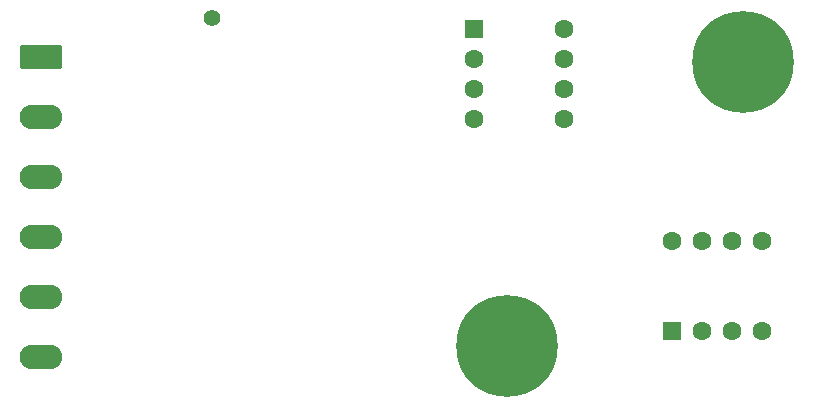
<source format=gbr>
%TF.GenerationSoftware,KiCad,Pcbnew,9.0.1-1.fc42*%
%TF.CreationDate,2025-04-25T16:42:35-04:00*%
%TF.ProjectId,IGBT_DRVR_CM400HA-24H,49474254-5f44-4525-9652-5f434d343030,rev?*%
%TF.SameCoordinates,Original*%
%TF.FileFunction,Soldermask,Bot*%
%TF.FilePolarity,Negative*%
%FSLAX46Y46*%
G04 Gerber Fmt 4.6, Leading zero omitted, Abs format (unit mm)*
G04 Created by KiCad (PCBNEW 9.0.1-1.fc42) date 2025-04-25 16:42:35*
%MOMM*%
%LPD*%
G01*
G04 APERTURE LIST*
G04 Aperture macros list*
%AMRoundRect*
0 Rectangle with rounded corners*
0 $1 Rounding radius*
0 $2 $3 $4 $5 $6 $7 $8 $9 X,Y pos of 4 corners*
0 Add a 4 corners polygon primitive as box body*
4,1,4,$2,$3,$4,$5,$6,$7,$8,$9,$2,$3,0*
0 Add four circle primitives for the rounded corners*
1,1,$1+$1,$2,$3*
1,1,$1+$1,$4,$5*
1,1,$1+$1,$6,$7*
1,1,$1+$1,$8,$9*
0 Add four rect primitives between the rounded corners*
20,1,$1+$1,$2,$3,$4,$5,0*
20,1,$1+$1,$4,$5,$6,$7,0*
20,1,$1+$1,$6,$7,$8,$9,0*
20,1,$1+$1,$8,$9,$2,$3,0*%
G04 Aperture macros list end*
%ADD10RoundRect,0.249999X-1.550001X0.790001X-1.550001X-0.790001X1.550001X-0.790001X1.550001X0.790001X0*%
%ADD11O,3.600000X2.080000*%
%ADD12C,0.900000*%
%ADD13C,8.600000*%
%ADD14C,1.400000*%
%ADD15C,1.600000*%
%ADD16RoundRect,0.250000X-0.550000X-0.550000X0.550000X-0.550000X0.550000X0.550000X-0.550000X0.550000X0*%
%ADD17RoundRect,0.250000X0.550000X-0.550000X0.550000X0.550000X-0.550000X0.550000X-0.550000X-0.550000X0*%
G04 APERTURE END LIST*
D10*
%TO.C,J5*%
X110500000Y-79600000D03*
D11*
X110500000Y-84680000D03*
X110500000Y-89760000D03*
X110500000Y-94840000D03*
X110500000Y-99920000D03*
X110500000Y-105000000D03*
%TD*%
D12*
%TO.C,J2*%
X166775000Y-80000000D03*
X167719581Y-77719581D03*
X167719581Y-82280419D03*
X170000000Y-76775000D03*
D13*
X170000000Y-80000000D03*
D12*
X170000000Y-83225000D03*
X172280419Y-77719581D03*
X172280419Y-82280419D03*
X173225000Y-80000000D03*
%TD*%
%TO.C,J3*%
X146775000Y-104000000D03*
X147719581Y-101719581D03*
X147719581Y-106280419D03*
X150000000Y-100775000D03*
D13*
X150000000Y-104000000D03*
D12*
X150000000Y-107225000D03*
X152280419Y-101719581D03*
X152280419Y-106280419D03*
X153225000Y-104000000D03*
%TD*%
D14*
%TO.C,J1*%
X125000000Y-76250000D03*
%TD*%
D15*
%TO.C,U1*%
X154815000Y-77190000D03*
X154815000Y-79730000D03*
X154815000Y-82270000D03*
X154815000Y-84810000D03*
X147195000Y-84810000D03*
X147195000Y-82270000D03*
X147195000Y-79730000D03*
D16*
X147195000Y-77190000D03*
%TD*%
D17*
%TO.C,U5*%
X163990000Y-102805000D03*
D15*
X166530000Y-102805000D03*
X169070000Y-102805000D03*
X171610000Y-102805000D03*
X171610000Y-95185000D03*
X169070000Y-95185000D03*
X166530000Y-95185000D03*
X163990000Y-95185000D03*
%TD*%
M02*

</source>
